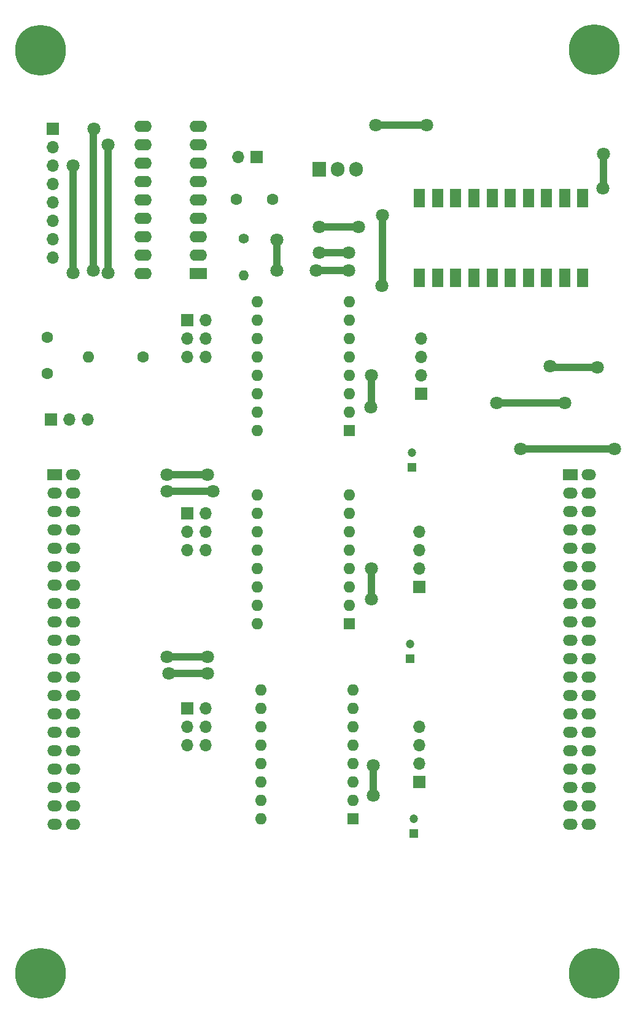
<source format=gbr>
%TF.GenerationSoftware,KiCad,Pcbnew,5.1.6-c6e7f7d~86~ubuntu18.04.1*%
%TF.CreationDate,2020-07-03T15:57:16-03:00*%
%TF.ProjectId,tpfinal_Driver,74706669-6e61-46c5-9f44-72697665722e,rev?*%
%TF.SameCoordinates,Original*%
%TF.FileFunction,Copper,L1,Top*%
%TF.FilePolarity,Positive*%
%FSLAX46Y46*%
G04 Gerber Fmt 4.6, Leading zero omitted, Abs format (unit mm)*
G04 Created by KiCad (PCBNEW 5.1.6-c6e7f7d~86~ubuntu18.04.1) date 2020-07-03 15:57:16*
%MOMM*%
%LPD*%
G01*
G04 APERTURE LIST*
%TA.AperFunction,ComponentPad*%
%ADD10R,2.000000X1.524000*%
%TD*%
%TA.AperFunction,ComponentPad*%
%ADD11O,2.000000X1.524000*%
%TD*%
%TA.AperFunction,ComponentPad*%
%ADD12C,7.000000*%
%TD*%
%TA.AperFunction,ComponentPad*%
%ADD13O,1.600000X1.600000*%
%TD*%
%TA.AperFunction,ComponentPad*%
%ADD14R,1.600000X1.600000*%
%TD*%
%TA.AperFunction,ComponentPad*%
%ADD15R,1.200000X1.200000*%
%TD*%
%TA.AperFunction,ComponentPad*%
%ADD16C,1.200000*%
%TD*%
%TA.AperFunction,ComponentPad*%
%ADD17C,1.600000*%
%TD*%
%TA.AperFunction,ComponentPad*%
%ADD18O,1.700000X1.700000*%
%TD*%
%TA.AperFunction,ComponentPad*%
%ADD19R,1.700000X1.700000*%
%TD*%
%TA.AperFunction,ComponentPad*%
%ADD20C,1.400000*%
%TD*%
%TA.AperFunction,ComponentPad*%
%ADD21O,1.400000X1.400000*%
%TD*%
%TA.AperFunction,ComponentPad*%
%ADD22R,2.400000X1.600000*%
%TD*%
%TA.AperFunction,ComponentPad*%
%ADD23O,2.400000X1.600000*%
%TD*%
%TA.AperFunction,ComponentPad*%
%ADD24R,1.600000X2.524000*%
%TD*%
%TA.AperFunction,ComponentPad*%
%ADD25R,1.600000X2.540000*%
%TD*%
%TA.AperFunction,ComponentPad*%
%ADD26R,1.905000X2.000000*%
%TD*%
%TA.AperFunction,ComponentPad*%
%ADD27O,1.905000X2.000000*%
%TD*%
%TA.AperFunction,ViaPad*%
%ADD28C,1.800000*%
%TD*%
%TA.AperFunction,Conductor*%
%ADD29C,1.000000*%
%TD*%
G04 APERTURE END LIST*
D10*
%TO.P,XA1,1*%
%TO.N,+3V3*%
X128778000Y-95758000D03*
D11*
%TO.P,XA1,2*%
%TO.N,+5V*%
X131318000Y-95758000D03*
%TO.P,XA1,11*%
%TO.N,Net-(XA1-Pad11)*%
X128778000Y-108458000D03*
%TO.P,XA1,4*%
%TO.N,Net-(XA1-Pad4)*%
X131318000Y-98298000D03*
%TO.P,XA1,13*%
%TO.N,Net-(XA1-Pad13)*%
X128778000Y-110998000D03*
%TO.P,XA1,6*%
%TO.N,Net-(XA1-Pad6)*%
X131318000Y-100838000D03*
%TO.P,XA1,15*%
%TO.N,Net-(XA1-Pad15)*%
X128778000Y-113538000D03*
%TO.P,XA1,8*%
%TO.N,Net-(XA1-Pad8)*%
X131318000Y-103378000D03*
%TO.P,XA1,17*%
%TO.N,Net-(XA1-Pad17)*%
X128778000Y-116078000D03*
%TO.P,XA1,10*%
%TO.N,Net-(XA1-Pad10)*%
X131318000Y-105918000D03*
%TO.P,XA1,19*%
%TO.N,Net-(XA1-Pad19)*%
X128778000Y-118618000D03*
%TO.P,XA1,12*%
%TO.N,Net-(XA1-Pad12)*%
X131318000Y-108458000D03*
%TO.P,XA1,21*%
%TO.N,Net-(XA1-Pad21)*%
X128778000Y-121158000D03*
%TO.P,XA1,14*%
%TO.N,Net-(XA1-Pad14)*%
X131318000Y-110998000D03*
%TO.P,XA1,23*%
%TO.N,Net-(XA1-Pad23)*%
X128778000Y-123698000D03*
%TO.P,XA1,16*%
%TO.N,Net-(XA1-Pad16)*%
X131318000Y-113538000D03*
%TO.P,XA1,25*%
%TO.N,Net-(XA1-Pad25)*%
X128778000Y-126238000D03*
%TO.P,XA1,18*%
%TO.N,Net-(XA1-Pad18)*%
X131318000Y-116078000D03*
%TO.P,XA1,27*%
%TO.N,Net-(XA1-Pad27)*%
X128778000Y-128778000D03*
%TO.P,XA1,20*%
%TO.N,Net-(XA1-Pad20)*%
X131318000Y-118618000D03*
%TO.P,XA1,29*%
%TO.N,Net-(U3-Pad7)*%
X128778000Y-131318000D03*
%TO.P,XA1,22*%
%TO.N,Net-(XA1-Pad22)*%
X131318000Y-121158000D03*
%TO.P,XA1,31*%
%TO.N,Net-(U3-Pad3)*%
X128778000Y-133858000D03*
%TO.P,XA1,24*%
%TO.N,Net-(XA1-Pad24)*%
X131318000Y-123698000D03*
%TO.P,XA1,26*%
%TO.N,Net-(XA1-Pad26)*%
X131318000Y-126238000D03*
%TO.P,XA1,33*%
%TO.N,Net-(U3-Pad9)*%
X128778000Y-136398000D03*
%TO.P,XA1,28*%
%TO.N,Net-(XA1-Pad28)*%
X131318000Y-128778000D03*
%TO.P,XA1,32*%
%TO.N,Net-(U3-Pad4)*%
X131318000Y-133858000D03*
%TO.P,XA1,34*%
%TO.N,Net-(U3-Pad2)*%
X131318000Y-136398000D03*
%TO.P,XA1,36*%
%TO.N,Net-(XA1-Pad36)*%
X131318000Y-138938000D03*
%TO.P,XA1,38*%
%TO.N,Net-(XA1-Pad38)*%
X131318000Y-141478000D03*
%TO.P,XA1,35*%
%TO.N,Net-(XA1-Pad35)*%
X128778000Y-138938000D03*
%TO.P,XA1,37*%
%TO.N,Net-(XA1-Pad37)*%
X128778000Y-141478000D03*
%TO.P,XA1,3*%
%TO.N,GND*%
X128778000Y-98298000D03*
%TO.P,XA1,5*%
%TO.N,Net-(XA1-Pad5)*%
X128778000Y-100838000D03*
%TO.P,XA1,7*%
%TO.N,Net-(XA1-Pad7)*%
X128778000Y-103378000D03*
%TO.P,XA1,9*%
%TO.N,Net-(XA1-Pad9)*%
X128778000Y-105918000D03*
%TO.P,XA1,39*%
%TO.N,Net-(XA1-Pad39)*%
X128778000Y-144018000D03*
%TO.P,XA1,40*%
%TO.N,Net-(XA1-Pad40)*%
X131318000Y-144018000D03*
%TO.P,XA1,30*%
%TO.N,Net-(XA1-Pad30)*%
X131318000Y-131318000D03*
D10*
%TO.P,XA1,41*%
%TO.N,+3.3VA*%
X57658000Y-95758000D03*
D11*
%TO.P,XA1,42*%
%TO.N,+5VA*%
X60198000Y-95758000D03*
%TO.P,XA1,43*%
%TO.N,Net-(XA1-Pad43)*%
X57658000Y-98298000D03*
%TO.P,XA1,44*%
%TO.N,GND*%
X60198000Y-98298000D03*
%TO.P,XA1,45*%
%TO.N,Net-(XA1-Pad45)*%
X57658000Y-100838000D03*
%TO.P,XA1,46*%
%TO.N,Net-(XA1-Pad46)*%
X60198000Y-100838000D03*
%TO.P,XA1,47*%
%TO.N,Net-(XA1-Pad47)*%
X57658000Y-103378000D03*
%TO.P,XA1,48*%
%TO.N,Net-(XA1-Pad48)*%
X60198000Y-103378000D03*
%TO.P,XA1,49*%
%TO.N,Net-(XA1-Pad49)*%
X57658000Y-105918000D03*
%TO.P,XA1,50*%
%TO.N,Net-(XA1-Pad50)*%
X60198000Y-105918000D03*
%TO.P,XA1,51*%
%TO.N,Net-(XA1-Pad51)*%
X57658000Y-108458000D03*
%TO.P,XA1,52*%
%TO.N,Net-(XA1-Pad52)*%
X60198000Y-108458000D03*
%TO.P,XA1,53*%
%TO.N,Net-(XA1-Pad53)*%
X57658000Y-110998000D03*
%TO.P,XA1,54*%
%TO.N,Net-(XA1-Pad54)*%
X60198000Y-110998000D03*
%TO.P,XA1,55*%
%TO.N,Net-(XA1-Pad55)*%
X57658000Y-113538000D03*
%TO.P,XA1,56*%
%TO.N,Net-(XA1-Pad56)*%
X60198000Y-113538000D03*
%TO.P,XA1,57*%
%TO.N,Net-(XA1-Pad57)*%
X57658000Y-116078000D03*
%TO.P,XA1,58*%
%TO.N,Net-(XA1-Pad58)*%
X60198000Y-116078000D03*
%TO.P,XA1,59*%
%TO.N,Net-(XA1-Pad59)*%
X57658000Y-118618000D03*
%TO.P,XA1,60*%
%TO.N,Net-(XA1-Pad60)*%
X60198000Y-118618000D03*
%TO.P,XA1,61*%
%TO.N,Net-(XA1-Pad61)*%
X57658000Y-121158000D03*
%TO.P,XA1,62*%
%TO.N,Net-(XA1-Pad62)*%
X60198000Y-121158000D03*
%TO.P,XA1,63*%
%TO.N,Net-(XA1-Pad63)*%
X57658000Y-123698000D03*
%TO.P,XA1,64*%
%TO.N,Net-(XA1-Pad64)*%
X60198000Y-123698000D03*
%TO.P,XA1,65*%
%TO.N,Net-(XA1-Pad65)*%
X57658000Y-126238000D03*
%TO.P,XA1,66*%
%TO.N,Net-(XA1-Pad66)*%
X60198000Y-126238000D03*
%TO.P,XA1,67*%
%TO.N,Net-(XA1-Pad67)*%
X57658000Y-128778000D03*
%TO.P,XA1,68*%
%TO.N,Net-(XA1-Pad68)*%
X60198000Y-128778000D03*
%TO.P,XA1,69*%
%TO.N,Net-(XA1-Pad69)*%
X57658000Y-131318000D03*
%TO.P,XA1,70*%
%TO.N,Net-(XA1-Pad70)*%
X60198000Y-131318000D03*
%TO.P,XA1,71*%
%TO.N,Net-(XA1-Pad71)*%
X57658000Y-133858000D03*
%TO.P,XA1,72*%
%TO.N,Net-(A1-Pad15)*%
X60198000Y-133858000D03*
%TO.P,XA1,73*%
%TO.N,Net-(J7-Pad1)*%
X57658000Y-136398000D03*
%TO.P,XA1,74*%
%TO.N,Net-(A1-Pad16)*%
X60198000Y-136398000D03*
%TO.P,XA1,75*%
%TO.N,Net-(A3-Pad16)*%
X57658000Y-138938000D03*
%TO.P,XA1,76*%
%TO.N,Net-(A2-Pad15)*%
X60198000Y-138938000D03*
%TO.P,XA1,77*%
%TO.N,Net-(XA1-Pad77)*%
X57658000Y-141478000D03*
%TO.P,XA1,78*%
%TO.N,Net-(A2-Pad16)*%
X60198000Y-141478000D03*
%TO.P,XA1,79*%
%TO.N,Net-(XA1-Pad79)*%
X57658000Y-144018000D03*
%TO.P,XA1,80*%
%TO.N,Net-(A3-Pad15)*%
X60198000Y-144018000D03*
D12*
%TO.P,XA1,~*%
%TO.N,N/C*%
X55753000Y-164592000D03*
X132080000Y-164592000D03*
X55753000Y-37211000D03*
X132080000Y-37084000D03*
%TD*%
D13*
%TO.P,A1,16*%
%TO.N,Net-(A1-Pad16)*%
X85598000Y-89662000D03*
%TO.P,A1,8*%
%TO.N,+12V*%
X98298000Y-71882000D03*
%TO.P,A1,15*%
%TO.N,Net-(A1-Pad15)*%
X85598000Y-87122000D03*
%TO.P,A1,7*%
%TO.N,Net-(A1-Pad7)*%
X98298000Y-74422000D03*
%TO.P,A1,14*%
%TO.N,+3V3*%
X85598000Y-84582000D03*
%TO.P,A1,6*%
%TO.N,Net-(A1-Pad6)*%
X98298000Y-76962000D03*
%TO.P,A1,13*%
%TO.N,+3V3*%
X85598000Y-82042000D03*
%TO.P,A1,5*%
%TO.N,Net-(A1-Pad5)*%
X98298000Y-79502000D03*
%TO.P,A1,12*%
%TO.N,Net-(A1-Pad12)*%
X85598000Y-79502000D03*
%TO.P,A1,4*%
%TO.N,Net-(A1-Pad4)*%
X98298000Y-82042000D03*
%TO.P,A1,11*%
%TO.N,Net-(A1-Pad11)*%
X85598000Y-76962000D03*
%TO.P,A1,3*%
%TO.N,Net-(A1-Pad3)*%
X98298000Y-84582000D03*
%TO.P,A1,10*%
%TO.N,Net-(A1-Pad10)*%
X85598000Y-74422000D03*
%TO.P,A1,2*%
%TO.N,Net-(A1-Pad2)*%
X98298000Y-87122000D03*
%TO.P,A1,9*%
%TO.N,Net-(A1-Pad9)*%
X85598000Y-71882000D03*
D14*
%TO.P,A1,1*%
%TO.N,GND*%
X98298000Y-89662000D03*
%TD*%
%TO.P,A2,1*%
%TO.N,GND*%
X98298000Y-116332000D03*
D13*
%TO.P,A2,9*%
%TO.N,Net-(A2-Pad9)*%
X85598000Y-98552000D03*
%TO.P,A2,2*%
%TO.N,Net-(A2-Pad2)*%
X98298000Y-113792000D03*
%TO.P,A2,10*%
%TO.N,Net-(A2-Pad10)*%
X85598000Y-101092000D03*
%TO.P,A2,3*%
%TO.N,Net-(A2-Pad3)*%
X98298000Y-111252000D03*
%TO.P,A2,11*%
%TO.N,Net-(A2-Pad11)*%
X85598000Y-103632000D03*
%TO.P,A2,4*%
%TO.N,Net-(A2-Pad4)*%
X98298000Y-108712000D03*
%TO.P,A2,12*%
%TO.N,Net-(A2-Pad12)*%
X85598000Y-106172000D03*
%TO.P,A2,5*%
%TO.N,Net-(A2-Pad5)*%
X98298000Y-106172000D03*
%TO.P,A2,13*%
%TO.N,+3V3*%
X85598000Y-108712000D03*
%TO.P,A2,6*%
%TO.N,Net-(A2-Pad6)*%
X98298000Y-103632000D03*
%TO.P,A2,14*%
%TO.N,+3V3*%
X85598000Y-111252000D03*
%TO.P,A2,7*%
%TO.N,Net-(A2-Pad7)*%
X98298000Y-101092000D03*
%TO.P,A2,15*%
%TO.N,Net-(A2-Pad15)*%
X85598000Y-113792000D03*
%TO.P,A2,8*%
%TO.N,+12V*%
X98298000Y-98552000D03*
%TO.P,A2,16*%
%TO.N,Net-(A2-Pad16)*%
X85598000Y-116332000D03*
%TD*%
D14*
%TO.P,A3,1*%
%TO.N,GND*%
X98806000Y-143256000D03*
D13*
%TO.P,A3,9*%
%TO.N,Net-(A3-Pad9)*%
X86106000Y-125476000D03*
%TO.P,A3,2*%
%TO.N,Net-(A3-Pad2)*%
X98806000Y-140716000D03*
%TO.P,A3,10*%
%TO.N,Net-(A3-Pad10)*%
X86106000Y-128016000D03*
%TO.P,A3,3*%
%TO.N,Net-(A3-Pad3)*%
X98806000Y-138176000D03*
%TO.P,A3,11*%
%TO.N,Net-(A3-Pad11)*%
X86106000Y-130556000D03*
%TO.P,A3,4*%
%TO.N,Net-(A3-Pad4)*%
X98806000Y-135636000D03*
%TO.P,A3,12*%
%TO.N,Net-(A3-Pad12)*%
X86106000Y-133096000D03*
%TO.P,A3,5*%
%TO.N,Net-(A3-Pad5)*%
X98806000Y-133096000D03*
%TO.P,A3,13*%
%TO.N,+3V3*%
X86106000Y-135636000D03*
%TO.P,A3,6*%
%TO.N,Net-(A3-Pad6)*%
X98806000Y-130556000D03*
%TO.P,A3,14*%
%TO.N,+3V3*%
X86106000Y-138176000D03*
%TO.P,A3,7*%
%TO.N,Net-(A3-Pad7)*%
X98806000Y-128016000D03*
%TO.P,A3,15*%
%TO.N,Net-(A3-Pad15)*%
X86106000Y-140716000D03*
%TO.P,A3,8*%
%TO.N,+12V*%
X98806000Y-125476000D03*
%TO.P,A3,16*%
%TO.N,Net-(A3-Pad16)*%
X86106000Y-143256000D03*
%TD*%
D15*
%TO.P,C1,1*%
%TO.N,GND*%
X106934000Y-94742000D03*
D16*
%TO.P,C1,2*%
%TO.N,+12V*%
X106934000Y-92742000D03*
%TD*%
D15*
%TO.P,C2,1*%
%TO.N,GND*%
X106680000Y-121158000D03*
D16*
%TO.P,C2,2*%
%TO.N,+12V*%
X106680000Y-119158000D03*
%TD*%
%TO.P,C3,2*%
%TO.N,+12V*%
X107188000Y-143288000D03*
D15*
%TO.P,C3,1*%
%TO.N,GND*%
X107188000Y-145288000D03*
%TD*%
D17*
%TO.P,C4,1*%
%TO.N,Net-(C4-Pad1)*%
X87790000Y-57780000D03*
%TO.P,C4,2*%
%TO.N,GND*%
X82790000Y-57780000D03*
%TD*%
%TO.P,C5,2*%
%TO.N,GND*%
X56642000Y-76788000D03*
%TO.P,C5,1*%
%TO.N,+12V*%
X56642000Y-81788000D03*
%TD*%
%TO.P,C7,1*%
%TO.N,+5V*%
X69850000Y-79502000D03*
D13*
%TO.P,C7,2*%
%TO.N,GND*%
X62350000Y-79502000D03*
%TD*%
D18*
%TO.P,J1,4*%
%TO.N,Net-(A1-Pad6)*%
X108204000Y-76962000D03*
%TO.P,J1,3*%
%TO.N,Net-(A1-Pad5)*%
X108204000Y-79502000D03*
%TO.P,J1,2*%
%TO.N,Net-(A1-Pad3)*%
X108204000Y-82042000D03*
D19*
%TO.P,J1,1*%
%TO.N,Net-(A1-Pad4)*%
X108204000Y-84582000D03*
%TD*%
%TO.P,J2,1*%
%TO.N,Net-(A2-Pad4)*%
X107950000Y-111252000D03*
D18*
%TO.P,J2,2*%
%TO.N,Net-(A2-Pad3)*%
X107950000Y-108712000D03*
%TO.P,J2,3*%
%TO.N,Net-(A2-Pad5)*%
X107950000Y-106172000D03*
%TO.P,J2,4*%
%TO.N,Net-(A2-Pad6)*%
X107950000Y-103632000D03*
%TD*%
D19*
%TO.P,J3,1*%
%TO.N,Net-(A3-Pad4)*%
X107950000Y-138176000D03*
D18*
%TO.P,J3,2*%
%TO.N,Net-(A3-Pad3)*%
X107950000Y-135636000D03*
%TO.P,J3,3*%
%TO.N,Net-(A3-Pad5)*%
X107950000Y-133096000D03*
%TO.P,J3,4*%
%TO.N,Net-(A3-Pad6)*%
X107950000Y-130556000D03*
%TD*%
%TO.P,J4,6*%
%TO.N,Net-(A3-Pad12)*%
X78486000Y-133096000D03*
%TO.P,J4,5*%
%TO.N,+5V*%
X75946000Y-133096000D03*
%TO.P,J4,4*%
%TO.N,Net-(A3-Pad11)*%
X78486000Y-130556000D03*
%TO.P,J4,3*%
%TO.N,+5V*%
X75946000Y-130556000D03*
%TO.P,J4,2*%
%TO.N,Net-(A3-Pad10)*%
X78486000Y-128016000D03*
D19*
%TO.P,J4,1*%
%TO.N,+5V*%
X75946000Y-128016000D03*
%TD*%
%TO.P,J5,1*%
%TO.N,+5V*%
X75946000Y-101092000D03*
D18*
%TO.P,J5,2*%
%TO.N,Net-(A2-Pad10)*%
X78486000Y-101092000D03*
%TO.P,J5,3*%
%TO.N,+5V*%
X75946000Y-103632000D03*
%TO.P,J5,4*%
%TO.N,Net-(A2-Pad11)*%
X78486000Y-103632000D03*
%TO.P,J5,5*%
%TO.N,+5V*%
X75946000Y-106172000D03*
%TO.P,J5,6*%
%TO.N,Net-(A2-Pad12)*%
X78486000Y-106172000D03*
%TD*%
D19*
%TO.P,J6,1*%
%TO.N,+5V*%
X75946000Y-74422000D03*
D18*
%TO.P,J6,2*%
%TO.N,Net-(A1-Pad10)*%
X78486000Y-74422000D03*
%TO.P,J6,3*%
%TO.N,+5V*%
X75946000Y-76962000D03*
%TO.P,J6,4*%
%TO.N,Net-(A1-Pad11)*%
X78486000Y-76962000D03*
%TO.P,J6,5*%
%TO.N,+5V*%
X75946000Y-79502000D03*
%TO.P,J6,6*%
%TO.N,Net-(A1-Pad12)*%
X78486000Y-79502000D03*
%TD*%
D19*
%TO.P,J7,1*%
%TO.N,Net-(J7-Pad1)*%
X57150000Y-88138000D03*
D18*
%TO.P,J7,2*%
%TO.N,+12V*%
X59690000Y-88138000D03*
%TO.P,J7,3*%
%TO.N,GND*%
X62230000Y-88138000D03*
%TD*%
D19*
%TO.P,J8,1*%
%TO.N,Net-(J8-Pad1)*%
X57480000Y-48050000D03*
D18*
%TO.P,J8,2*%
%TO.N,Net-(J8-Pad2)*%
X57480000Y-50590000D03*
%TO.P,J8,3*%
%TO.N,Net-(J8-Pad3)*%
X57480000Y-53130000D03*
%TO.P,J8,4*%
%TO.N,Net-(J8-Pad4)*%
X57480000Y-55670000D03*
%TO.P,J8,5*%
%TO.N,Net-(J8-Pad5)*%
X57480000Y-58210000D03*
%TO.P,J8,6*%
%TO.N,Net-(J8-Pad6)*%
X57480000Y-60750000D03*
%TO.P,J8,7*%
%TO.N,Net-(J8-Pad7)*%
X57480000Y-63290000D03*
%TO.P,J8,8*%
%TO.N,Net-(J8-Pad8)*%
X57480000Y-65830000D03*
%TD*%
D19*
%TO.P,J9,1*%
%TO.N,Net-(C4-Pad1)*%
X85530000Y-51920000D03*
D18*
%TO.P,J9,2*%
%TO.N,GND*%
X82990000Y-51920000D03*
%TD*%
D20*
%TO.P,R1,1*%
%TO.N,Net-(R1-Pad1)*%
X83780000Y-63160000D03*
D21*
%TO.P,R1,2*%
%TO.N,+5V*%
X83780000Y-68240000D03*
%TD*%
D22*
%TO.P,U2,1*%
%TO.N,Net-(U2-Pad1)*%
X77480000Y-68020000D03*
D23*
%TO.P,U2,10*%
%TO.N,Net-(J8-Pad5)*%
X69860000Y-47700000D03*
%TO.P,U2,2*%
%TO.N,/reg12*%
X77480000Y-65480000D03*
%TO.P,U2,11*%
%TO.N,Net-(J8-Pad6)*%
X69860000Y-50240000D03*
%TO.P,U2,3*%
%TO.N,Net-(U2-Pad3)*%
X77480000Y-62940000D03*
%TO.P,U2,12*%
%TO.N,Net-(J8-Pad7)*%
X69860000Y-52780000D03*
%TO.P,U2,4*%
%TO.N,Net-(R1-Pad1)*%
X77480000Y-60400000D03*
%TO.P,U2,13*%
%TO.N,Net-(J8-Pad8)*%
X69860000Y-55320000D03*
%TO.P,U2,5*%
%TO.N,GND*%
X77480000Y-57860000D03*
%TO.P,U2,14*%
%TO.N,+5V*%
X69860000Y-57860000D03*
%TO.P,U2,6*%
%TO.N,Net-(U2-Pad6)*%
X77480000Y-55320000D03*
%TO.P,U2,15*%
%TO.N,Net-(J8-Pad4)*%
X69860000Y-60400000D03*
%TO.P,U2,7*%
%TO.N,Net-(U2-Pad7)*%
X77480000Y-52780000D03*
%TO.P,U2,16*%
%TO.N,Net-(J8-Pad3)*%
X69860000Y-62940000D03*
%TO.P,U2,8*%
%TO.N,Net-(U2-Pad8)*%
X77480000Y-50240000D03*
%TO.P,U2,17*%
%TO.N,Net-(J8-Pad1)*%
X69860000Y-65480000D03*
%TO.P,U2,9*%
%TO.N,Net-(U2-Pad9)*%
X77480000Y-47700000D03*
%TO.P,U2,18*%
%TO.N,Net-(J8-Pad2)*%
X69860000Y-68020000D03*
%TD*%
D24*
%TO.P,U3,10*%
%TO.N,Net-(U3-Pad10)*%
X130526000Y-68612000D03*
D25*
%TO.P,U3,9*%
%TO.N,Net-(U3-Pad9)*%
X128026000Y-68612000D03*
%TO.P,U3,8*%
%TO.N,Net-(U3-Pad8)*%
X125526000Y-68612000D03*
%TO.P,U3,7*%
%TO.N,Net-(U3-Pad7)*%
X123026000Y-68612000D03*
%TO.P,U3,6*%
%TO.N,Net-(U3-Pad6)*%
X120526000Y-68612000D03*
%TO.P,U3,5*%
%TO.N,+3V3*%
X118026000Y-68612000D03*
%TO.P,U3,4*%
%TO.N,Net-(U3-Pad4)*%
X115526000Y-68612000D03*
%TO.P,U3,3*%
%TO.N,Net-(U3-Pad3)*%
X113026000Y-68612000D03*
%TO.P,U3,2*%
%TO.N,Net-(U3-Pad2)*%
X110526000Y-68612000D03*
%TO.P,U3,1*%
%TO.N,Net-(U3-Pad1)*%
X108026000Y-68612000D03*
%TO.P,U3,20*%
%TO.N,Net-(U2-Pad9)*%
X108026000Y-57612000D03*
%TO.P,U3,18*%
%TO.N,Net-(U2-Pad7)*%
X113026000Y-57612000D03*
%TO.P,U3,12*%
%TO.N,/reg12*%
X128026000Y-57612000D03*
%TO.P,U3,15*%
%TO.N,GND*%
X120526000Y-57612000D03*
%TO.P,U3,16*%
%TO.N,+5V*%
X118026000Y-57612000D03*
%TO.P,U3,19*%
%TO.N,Net-(U2-Pad8)*%
X110526000Y-57612000D03*
%TO.P,U3,14*%
%TO.N,Net-(U3-Pad14)*%
X123026000Y-57612000D03*
%TO.P,U3,13*%
%TO.N,Net-(U3-Pad13)*%
X125526000Y-57612000D03*
D24*
%TO.P,U3,11*%
%TO.N,Net-(U3-Pad11)*%
X130526000Y-57612000D03*
D25*
%TO.P,U3,17*%
%TO.N,Net-(U2-Pad6)*%
X115526000Y-57612000D03*
%TD*%
D26*
%TO.P,U1,1*%
%TO.N,Net-(C4-Pad1)*%
X94180000Y-53580000D03*
D27*
%TO.P,U1,2*%
%TO.N,GND*%
X96720000Y-53580000D03*
%TO.P,U1,3*%
%TO.N,+12V*%
X99260000Y-53580000D03*
%TD*%
D28*
%TO.N,Net-(A1-Pad16)*%
X73152000Y-98044000D03*
X79502000Y-98044000D03*
%TO.N,+12V*%
X102890000Y-59990000D03*
X102840000Y-69710000D03*
%TO.N,Net-(A1-Pad15)*%
X73152000Y-95758000D03*
X78740000Y-95758000D03*
%TO.N,+3V3*%
X93726000Y-67564000D03*
X98234000Y-67564000D03*
%TO.N,Net-(A1-Pad4)*%
X101346000Y-82042000D03*
X101330000Y-86480000D03*
%TO.N,GND*%
X125990000Y-80810000D03*
X133383653Y-51486353D03*
X133340000Y-56250000D03*
X132570000Y-80960000D03*
%TO.N,Net-(A2-Pad4)*%
X101346000Y-108712000D03*
X101380000Y-112930000D03*
%TO.N,Net-(A2-Pad15)*%
X73152000Y-120904000D03*
X78740000Y-120904000D03*
%TO.N,Net-(A2-Pad16)*%
X73406000Y-123190000D03*
X78740000Y-123190000D03*
%TO.N,Net-(A3-Pad4)*%
X101600000Y-135890000D03*
X101630000Y-140030000D03*
%TO.N,+5V*%
X94220000Y-61550000D03*
X88360000Y-67540000D03*
X88360000Y-63370000D03*
X99620000Y-61600000D03*
%TO.N,Net-(J8-Pad1)*%
X63060000Y-67561998D03*
X63100000Y-48010000D03*
%TO.N,Net-(J8-Pad2)*%
X65100000Y-67890000D03*
X65083629Y-50213629D03*
%TO.N,Net-(J8-Pad3)*%
X60220000Y-67950000D03*
X60280000Y-53080000D03*
%TO.N,/reg12*%
X94210000Y-65100000D03*
X98270000Y-65140000D03*
%TO.N,Net-(U2-Pad8)*%
X102010000Y-47470000D03*
X109030000Y-47520000D03*
%TO.N,Net-(U3-Pad4)*%
X134874000Y-92202000D03*
X121920000Y-92202000D03*
%TO.N,Net-(U3-Pad9)*%
X128060000Y-85850000D03*
X118618000Y-85852000D03*
%TD*%
D29*
%TO.N,Net-(A1-Pad16)*%
X73152000Y-98044000D02*
X79502000Y-98044000D01*
%TO.N,+12V*%
X102890000Y-59990000D02*
X102890000Y-69660000D01*
X102890000Y-69660000D02*
X102840000Y-69710000D01*
%TO.N,Net-(A1-Pad15)*%
X73152000Y-95758000D02*
X78740000Y-95758000D01*
%TO.N,+3V3*%
X93726000Y-67564000D02*
X98234000Y-67564000D01*
X98274000Y-67564000D02*
X98234000Y-67564000D01*
%TO.N,Net-(A1-Pad4)*%
X101346000Y-82042000D02*
X101600000Y-82042000D01*
X101346000Y-86446000D02*
X101430000Y-86530000D01*
X101346000Y-82042000D02*
X101346000Y-86446000D01*
%TO.N,GND*%
X133380000Y-51660000D02*
X133383653Y-51656347D01*
X133383653Y-51486353D02*
X133383653Y-51656347D01*
X133383653Y-56206347D02*
X133340000Y-56250000D01*
X133383653Y-51486353D02*
X133383653Y-56206347D01*
X126140000Y-80960000D02*
X125990000Y-80810000D01*
X132570000Y-80960000D02*
X126140000Y-80960000D01*
%TO.N,Net-(A2-Pad4)*%
X101346000Y-112896000D02*
X101380000Y-112930000D01*
X101346000Y-108712000D02*
X101346000Y-112896000D01*
%TO.N,Net-(A2-Pad15)*%
X73152000Y-120904000D02*
X78740000Y-120904000D01*
%TO.N,Net-(A2-Pad16)*%
X73406000Y-123190000D02*
X78740000Y-123190000D01*
%TO.N,Net-(A3-Pad4)*%
X101600000Y-140000000D02*
X101630000Y-140030000D01*
X101600000Y-135890000D02*
X101600000Y-140000000D01*
%TO.N,+5V*%
X88360000Y-67540000D02*
X88360000Y-63370000D01*
X94270000Y-61600000D02*
X94220000Y-61550000D01*
X99620000Y-61600000D02*
X94270000Y-61600000D01*
%TO.N,Net-(J8-Pad1)*%
X63060000Y-67561998D02*
X63060000Y-48050000D01*
X63060000Y-48050000D02*
X63100000Y-48010000D01*
%TO.N,Net-(J8-Pad2)*%
X65100000Y-67890000D02*
X65100000Y-50230000D01*
X65100000Y-50230000D02*
X65083629Y-50213629D01*
%TO.N,Net-(J8-Pad3)*%
X60220000Y-67950000D02*
X60220000Y-53140000D01*
X60220000Y-53140000D02*
X60280000Y-53080000D01*
%TO.N,/reg12*%
X94250000Y-65140000D02*
X94210000Y-65100000D01*
X98270000Y-65140000D02*
X94250000Y-65140000D01*
%TO.N,Net-(U2-Pad8)*%
X102010000Y-47470000D02*
X108980000Y-47470000D01*
X108980000Y-47470000D02*
X109030000Y-47520000D01*
%TO.N,Net-(U3-Pad4)*%
X134874000Y-92202000D02*
X121920000Y-92202000D01*
%TO.N,Net-(U3-Pad9)*%
X128058000Y-85852000D02*
X128060000Y-85850000D01*
X118618000Y-85852000D02*
X128058000Y-85852000D01*
%TD*%
M02*

</source>
